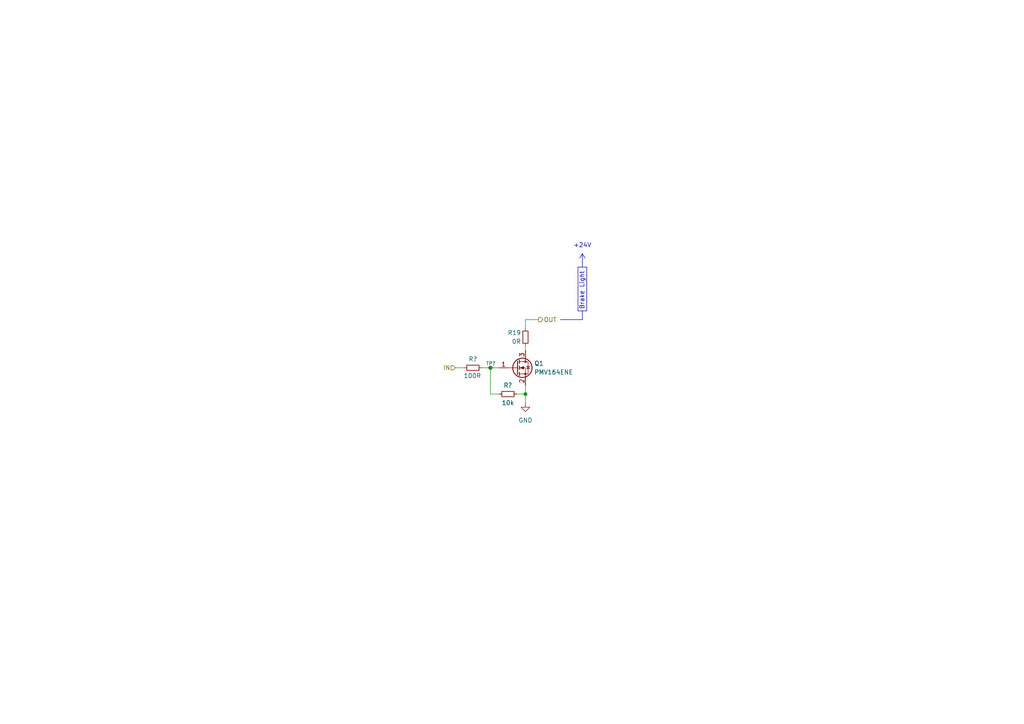
<source format=kicad_sch>
(kicad_sch (version 20230121) (generator eeschema)
  (paper "A4")
  (title_block (date "2023-09-20") (rev "${REVISION}") (company "Author: I. Kajdan") (comment 1 "Reviewer:"))
  (lib_symbols
    (symbol "Connector:TestPoint_Small" (pin_numbers hide) (pin_names (offset 0.762) hide)
      (property "Reference" "TP" (at 0 3.81 0))
      (property "Value" "TestPoint_Small" (at 0 2.032 0))
      (symbol "TestPoint_Small_0_1"
        (circle (center 0 0) (radius 0.508))
      )
      (symbol "TestPoint_Small_1_1"
        (pin passive line (at 0 0 90) (length 0) (name "1") (number "1"))
      )
    )
    (symbol "Device:Q_NMOS_GSD" (pin_names (offset 0) hide)
      (property "Reference" "Q" (at 5.08 1.27 0))
      (property "Value" "Q_NMOS_GSD" (at 5.08 -1.27 0))
      (symbol "Q_NMOS_GSD_0_1"
        (polyline (pts (xy 0.254 0) (xy -2.54 0)))
        (polyline (pts (xy 0.254 1.905) (xy 0.254 -1.905)) (stroke (width 0.254)))
        (polyline (pts (xy 0.762 -1.27) (xy 0.762 -2.286)) (stroke (width 0.254)))
        (polyline (pts (xy 0.762 0.508) (xy 0.762 -0.508)) (stroke (width 0.254)))
        (polyline (pts (xy 0.762 2.286) (xy 0.762 1.27)) (stroke (width 0.254)))
        (polyline (pts (xy 2.54 2.54) (xy 2.54 1.778)))
        (polyline (pts (xy 2.54 -2.54) (xy 2.54 0) (xy 0.762 0)))
        (polyline (pts (xy 0.762 -1.778) (xy 3.302 -1.778) (xy 3.302 1.778) (xy 0.762 1.778)))
        (polyline (pts (xy 1.016 0) (xy 2.032 0.381) (xy 2.032 -0.381) (xy 1.016 0)) (fill (type outline)))
        (polyline (pts (xy 2.794 0.508) (xy 2.921 0.381) (xy 3.683 0.381) (xy 3.81 0.254)))
        (polyline (pts (xy 3.302 0.381) (xy 2.921 -0.254) (xy 3.683 -0.254) (xy 3.302 0.381)))
        (circle (center 1.651 0) (radius 2.794) (stroke (width 0.254)))
        (circle (center 2.54 -1.778) (radius 0.254) (fill (type outline)))
        (circle (center 2.54 1.778) (radius 0.254) (fill (type outline)))
      )
      (symbol "Q_NMOS_GSD_1_1"
        (pin input line (at -5.08 0 0) (length 2.54) (name "G") (number "1"))
        (pin passive line (at 2.54 -5.08 90) (length 2.54) (name "S") (number "2"))
        (pin passive line (at 2.54 5.08 270) (length 2.54) (name "D") (number "3"))
      )
    )
    (symbol "Device:R_Small" (pin_numbers hide) (pin_names (offset 0.254) hide)
      (property "Reference" "R" (at 0.762 0.508 0))
      (property "Value" "R_Small" (at 0.762 -1.016 0))
      (symbol "R_Small_0_1"
        (rectangle (start -0.762 1.778) (end 0.762 -1.778) (stroke (width 0.2032)))
      )
      (symbol "R_Small_1_1"
        (pin passive line (at 0 2.54 270) (length 0.762) (name "~") (number "1"))
        (pin passive line (at 0 -2.54 90) (length 0.762) (name "~") (number "2"))
      )
    )
    (symbol "power:GND" (power) (pin_names (offset 0))
      (property "Value" "GND" (at 0 -3.81 0))
      (symbol "GND_0_1"
        (polyline (pts (xy 0 0) (xy 0 -1.27) (xy 1.27 -1.27) (xy 0 -2.54) (xy -1.27 -1.27) (xy 0 -1.27)))
      )
      (symbol "GND_1_1"
        (pin power_in line (at 0 0 270) (length 0) hide (name "GND") (number "1"))
      )
    )
  )
  (junction (at 152.4 114.3))
  (junction (at 142.24 106.68))
  (wire (pts (xy 134.62 106.68) (xy 132.08 106.68)))
  (wire (pts (xy 152.4 116.84) (xy 152.4 114.3)))
  (polyline (pts (xy 168.91 90.17) (xy 168.91 92.71)))
  (polyline (pts (xy 168.148 74.8538) (xy 168.91 73.5838)))
  (polyline (pts (xy 167.64 77.47) (xy 170.18 77.47)))
  (wire (pts (xy 142.24 114.3) (xy 144.78 114.3)))
  (polyline (pts (xy 170.18 90.17) (xy 167.64 90.17)))
  (polyline (pts (xy 168.91 73.5838) (xy 168.91 76.1492)))
  (wire (pts (xy 142.24 114.3) (xy 142.24 106.68)))
  (wire (pts (xy 139.7 106.68) (xy 142.24 106.68)))
  (polyline (pts (xy 162.56 92.71) (xy 168.91 92.71)))
  (wire (pts (xy 152.4 114.3) (xy 152.4 111.76)))
  (polyline (pts (xy 170.18 77.47) (xy 170.18 90.17)))
  (wire (pts (xy 152.4 100.33) (xy 152.4 101.6)))
  (polyline (pts (xy 167.64 90.17) (xy 167.64 77.47)))
  (polyline (pts (xy 169.672 74.8538) (xy 168.91 73.5838)))
  (polyline (pts (xy 168.91 76.2) (xy 168.91 77.47)))
  (wire (pts (xy 142.24 106.68) (xy 144.78 106.68)))
  (wire (pts (xy 152.4 92.71) (xy 152.4 95.25)))
  (wire (pts (xy 149.86 114.3) (xy 152.4 114.3)))
  (wire (pts (xy 156.21 92.71) (xy 152.4 92.71)))
  (text "Brake Light" (at 169.545 89.916 90) (effects (font (size 1.27 1.27)) (justify left bottom)))
  (text "+24V" (at 166.2684 72.0344 0) (effects (font (size 1.27 1.27)) (justify left bottom)))
  (hierarchical_label "OUT" (shape output) (at 156.21 92.71 0))
  (hierarchical_label "IN" (shape input) (at 132.08 106.68 180))
  (symbol (lib_id "Device:Q_NMOS_GSD") (at 149.86 106.68 0) (unit 1)
    (property "Reference" "Q1" (at 154.94 105.41 0) (effects (justify left)))
    (property "Value" "PMV164ENE" (at 154.94 107.95 0) (effects (justify left)))
    (property "Footprint" "Package_TO_SOT_SMD:SOT-23" (effects hide))
    (property "Datasheet" "https://www.mouser.pl/datasheet/2/916/PMV164ENE-2909806.pdf" (effects hide))
  )
  (symbol (lib_id "power:GND") (at 152.4 116.84 0) (unit 1)
    (property "Reference" "#PWR067" (effects hide))
    (property "Value" "GND" (at 152.4 121.92 0))
  )
  (symbol (lib_id "Device:R_Small") (at 147.32 114.3 270) (unit 1)
    (property "Reference" "R?" (at 147.32 111.76 90))
    (property "Value" "10k" (at 147.32 116.84 90))
    (property "Footprint" "Resistor_SMD:R_0603_1608Metric" (effects hide))
    (instances (project "DV_ASSI" (path "" (reference "R?") (unit 1))) (project "rearbox" (path "" (reference "R?") (unit 1)) (path "" (reference "R18") (unit 1))))
  )
  (symbol (lib_id "Device:R_Small") (at 152.4 97.79 180) (unit 1)
    (property "Reference" "R19" (at 151.13 96.52 0) (effects (justify left)))
    (property "Value" "0R" (at 151.13 99.06 0) (effects (justify left)))
    (property "Footprint" "Resistor_SMD:R_0603_1608Metric" (effects hide))
    (instances (project "rearbox" (path "" (reference "R19") (unit 1)) (path "" (reference "R?") (unit 1)) (path "" (reference "R96") (unit 1)) (path "" (reference "R?") (unit 1)) (path "" (reference "R146") (unit 1)) (path "" (reference "R39") (unit 1))) (project "Traction_Control_System" (path "" (reference "R?") (unit 1)) (path "" (reference "R?") (unit 1))))
  )
  (symbol (lib_id "Connector:TestPoint_Small") (at 142.24 106.68 0) (unit 1)
    (property "Reference" "TP?" (at 140.97 105.41 0) (effects (font (size 1 1)) (justify left)))
    (property "Value" "TestPoint_Small" (effects hide))
    (property "Footprint" "TestPoint:TestPoint_Pad_D1.0mm" (effects hide))
    (instances (project "rearbox" (path "" (reference "TP?") (unit 1)) (path "" (reference "TP3") (unit 1)) (path "" (reference "TP1") (unit 1)) (path "" (reference "TP14") (unit 1))))
  )
  (symbol (lib_id "Device:R_Small") (at 137.16 106.68 270) (unit 1)
    (property "Reference" "R?" (at 137.16 104.14 90))
    (property "Value" "100R" (at 139.573 108.9914 90) (effects (justify right)))
    (property "Footprint" "Resistor_SMD:R_0603_1608Metric" (effects hide))
    (instances (project "DV_ASSI" (path "" (reference "R?") (unit 1))) (project "rearbox" (path "" (reference "R?") (unit 1)) (path "" (reference "R17") (unit 1))))
  )
)
</source>
